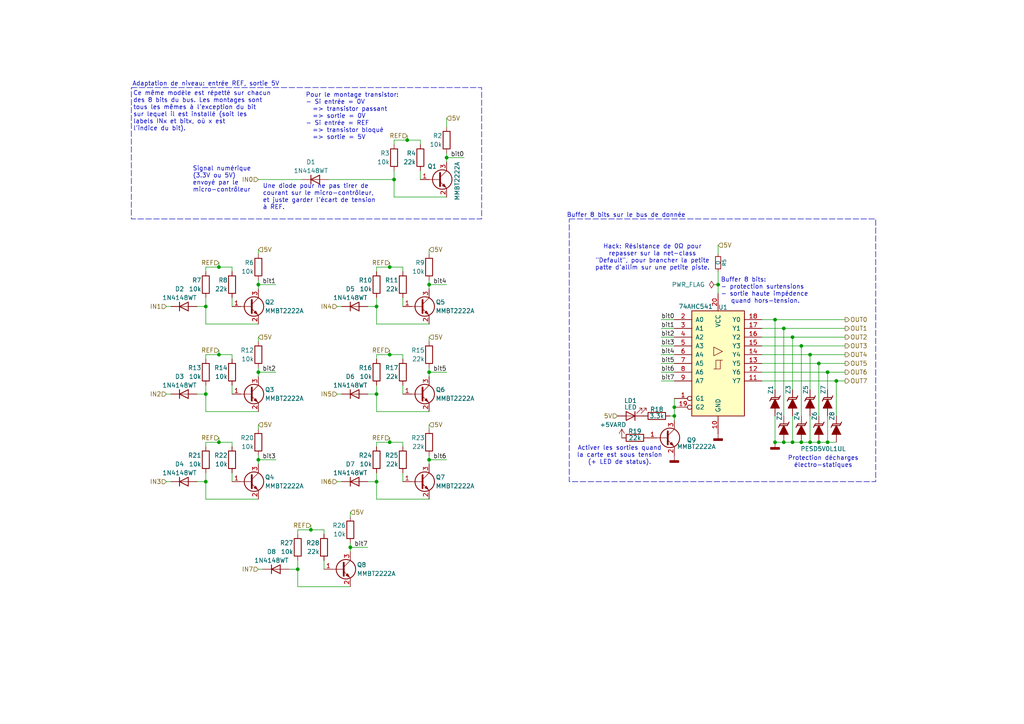
<source format=kicad_sch>
(kicad_sch (version 20250114) (generator "eeschema") (generator_version "9.0")
  (paper "A4")
  (lib_symbols
    (symbol "74xx:74AHC541" (pin_names (offset 1.016))
      (property "Reference" "U" (at -7.62 16.51 0))
      (property "Value" "74AHC541" (at -7.62 -16.51 0))
      (symbol "74AHC541_1_0"
        (polyline (pts (xy -1.27 -1.6002) (xy 0.635 -1.6002) (xy 0.635 0.9398) (xy 1.27 0.9398)))
        (polyline (pts (xy -0.635 -1.6002) (xy -0.635 0.9398) (xy 0.635 0.9398)))
        (polyline (pts (xy 1.27 3.4798) (xy -1.27 4.7498) (xy -1.27 2.2098) (xy 1.27 3.4798)) (stroke (width 0.1524)))
        (pin input line (at -12.7 12.7 0) (length 5.08) (name "A0") (number "2"))
        (pin input line (at -12.7 10.16 0) (length 5.08) (name "A1") (number "3"))
        (pin input line (at -12.7 7.62 0) (length 5.08) (name "A2") (number "4"))
        (pin input line (at -12.7 5.08 0) (length 5.08) (name "A3") (number "5"))
        (pin input line (at -12.7 2.54 0) (length 5.08) (name "A4") (number "6"))
        (pin input line (at -12.7 0 0) (length 5.08) (name "A5") (number "7"))
        (pin input line (at -12.7 -2.54 0) (length 5.08) (name "A6") (number "8"))
        (pin input line (at -12.7 -5.08 0) (length 5.08) (name "A7") (number "9"))
        (pin input inverted (at -12.7 -10.16 0) (length 5.08) (name "G1") (number "1"))
        (pin input inverted (at -12.7 -12.7 0) (length 5.08) (name "G2") (number "19"))
        (pin power_in line (at 0 20.32 270) (length 5.08) (name "VCC") (number "20"))
        (pin power_in line (at 0 -20.32 90) (length 5.08) (name "GND") (number "10"))
        (pin tri_state line (at 12.7 12.7 180) (length 5.08) (name "Y0") (number "18"))
        (pin tri_state line (at 12.7 10.16 180) (length 5.08) (name "Y1") (number "17"))
        (pin tri_state line (at 12.7 7.62 180) (length 5.08) (name "Y2") (number "16"))
        (pin tri_state line (at 12.7 5.08 180) (length 5.08) (name "Y3") (number "15"))
        (pin tri_state line (at 12.7 2.54 180) (length 5.08) (name "Y4") (number "14"))
        (pin tri_state line (at 12.7 0 180) (length 5.08) (name "Y5") (number "13"))
        (pin tri_state line (at 12.7 -2.54 180) (length 5.08) (name "Y6") (number "12"))
        (pin tri_state line (at 12.7 -5.08 180) (length 5.08) (name "Y7") (number "11"))
      )
      (symbol "74AHC541_1_1"
        (rectangle (start -7.62 15.24) (end 7.62 -15.24) (stroke (width 0.254)) (fill (type background)))
      )
    )
    (symbol "Device:LED" (pin_numbers (hide yes)) (pin_names (offset 1.016) (hide yes))
      (property "Reference" "D" (at 0 2.54 0))
      (property "Value" "LED" (at 0 -2.54 0))
      (symbol "LED_0_1"
        (polyline (pts (xy -3.048 -0.762) (xy -4.572 -2.286) (xy -3.81 -2.286) (xy -4.572 -2.286) (xy -4.572 -1.524)))
        (polyline (pts (xy -1.778 -0.762) (xy -3.302 -2.286) (xy -2.54 -2.286) (xy -3.302 -2.286) (xy -3.302 -1.524)))
        (polyline (pts (xy -1.27 0) (xy 1.27 0)))
        (polyline (pts (xy -1.27 -1.27) (xy -1.27 1.27)) (stroke (width 0.254)))
        (polyline (pts (xy 1.27 -1.27) (xy 1.27 1.27) (xy -1.27 0) (xy 1.27 -1.27)) (stroke (width 0.254)))
      )
      (symbol "LED_1_1"
        (pin passive line (at -3.81 0 0) (length 2.54) (name "K") (number "1"))
        (pin passive line (at 3.81 0 180) (length 2.54) (name "A") (number "2"))
      )
    )
    (symbol "Device:R" (pin_numbers (hide yes)) (pin_names (offset 0))
      (property "Reference" "R" (at 2.032 0 90))
      (property "Value" "R" (at 0 0 90))
      (symbol "R_0_1"
        (rectangle (start -1.016 -2.54) (end 1.016 2.54) (stroke (width 0.254)))
      )
      (symbol "R_1_1"
        (pin passive line (at 0 3.81 270) (length 1.27) (name "~") (number "1"))
        (pin passive line (at 0 -3.81 90) (length 1.27) (name "~") (number "2"))
      )
    )
    (symbol "Device:R_Small" (pin_numbers (hide yes)) (pin_names (offset 0.254) (hide yes))
      (property "Reference" "R" (at 0 0 90))
      (property "Value" "R_Small" (at 1.778 0 90))
      (symbol "R_Small_0_1"
        (rectangle (start -0.762 1.778) (end 0.762 -1.778) (stroke (width 0.2032)))
      )
      (symbol "R_Small_1_1"
        (pin passive line (at 0 2.54 270) (length 0.762) (name "~") (number "1"))
        (pin passive line (at 0 -2.54 90) (length 0.762) (name "~") (number "2"))
      )
    )
    (symbol "Diode:1N4148WT" (pin_numbers (hide yes)) (pin_names (hide yes))
      (property "Reference" "D" (at 0 2.54 0))
      (property "Value" "1N4148WT" (at 0 -2.54 0))
      (symbol "1N4148WT_0_1"
        (polyline (pts (xy -1.27 1.27) (xy -1.27 -1.27)) (stroke (width 0.254)))
        (polyline (pts (xy 1.27 1.27) (xy 1.27 -1.27) (xy -1.27 0) (xy 1.27 1.27)) (stroke (width 0.254)))
        (polyline (pts (xy 1.27 0) (xy -1.27 0)))
      )
      (symbol "1N4148WT_1_1"
        (pin passive line (at -3.81 0 0) (length 2.54) (name "K") (number "1"))
        (pin passive line (at 3.81 0 180) (length 2.54) (name "A") (number "2"))
      )
    )
    (symbol "Pesd:PESD5V0L1UL" (pin_numbers (hide yes)) (pin_names (hide yes))
      (property "Reference" "D" (at 0 2.54 0))
      (property "Value" "PESD5V0L1UL" (at 0 -2.54 0))
      (symbol "PESD5V0L1UL_1_1"
        (polyline (pts (xy -1.016 1.27) (xy -1.524 1.016) (xy -1.524 -1.27) (xy -2.032 -1.524)) (stroke (width 0.254)))
        (polyline (pts (xy -0.508 1.524) (xy -1.016 1.27) (xy -1.016 -1.016) (xy -1.524 -1.27)) (stroke (width 0.254)))
        (polyline (pts (xy 1.524 -1.27) (xy 1.524 1.27) (xy -1.016 0) (xy 1.524 -1.27)) (stroke (width 0.254)) (fill (type outline)))
        (pin passive line (at -3.81 0 0) (length 2.286) (name "K") (number "1"))
        (pin passive line (at 3.81 0 180) (length 2.286) (name "A") (number "2"))
      )
    )
    (symbol "Transistor_BJT:MMBT2222A" (pin_names (offset 0) (hide yes))
      (property "Reference" "Q" (at 5.08 1.905 0))
      (property "Value" "MMBT2222A" (at 5.08 0 0))
      (symbol "MMBT2222A_0_1"
        (polyline (pts (xy -2.54 0) (xy 0.635 0)))
        (polyline (pts (xy 0.635 1.905) (xy 0.635 -1.905)) (stroke (width 0.508)))
        (circle (center 1.27 0) (radius 2.8194) (stroke (width 0.254)))
      )
      (symbol "MMBT2222A_1_1"
        (polyline (pts (xy 0.635 0.635) (xy 2.54 2.54)))
        (polyline (pts (xy 0.635 -0.635) (xy 2.54 -2.54)))
        (polyline (pts (xy 1.27 -1.778) (xy 1.778 -1.27) (xy 2.286 -2.286) (xy 1.27 -1.778)) (fill (type outline)))
        (pin input line (at -5.08 0 0) (length 2.54) (name "B") (number "1"))
        (pin passive line (at 2.54 5.08 270) (length 2.54) (name "C") (number "3"))
        (pin passive line (at 2.54 -5.08 90) (length 2.54) (name "E") (number "2"))
      )
    )
    (symbol "power:+5V" (power) (pin_numbers (hide yes)) (pin_names (offset 0) (hide yes))
      (property "Value" "+5V" (at 0 3.556 0))
      (symbol "+5V_0_1"
        (polyline (pts (xy -0.762 1.27) (xy 0 2.54)))
        (polyline (pts (xy 0 2.54) (xy 0.762 1.27)))
        (polyline (pts (xy 0 0) (xy 0 2.54)))
      )
      (symbol "+5V_1_1"
        (pin power_in line (at 0 0 90) (length 0) (name "~") (number "1"))
      )
    )
    (symbol "power:GNDD" (power) (pin_numbers (hide yes)) (pin_names (offset 0) (hide yes))
      (property "Value" "GNDD" (at 0 -3.175 0))
      (symbol "GNDD_0_1"
        (rectangle (start -1.27 -1.524) (end 1.27 -2.032) (stroke (width 0.254)) (fill (type outline)))
        (polyline (pts (xy 0 0) (xy 0 -1.524)))
      )
      (symbol "GNDD_1_1"
        (pin power_in line (at 0 0 270) (length 0) (name "~") (number "1"))
      )
    )
    (symbol "power:PWR_FLAG" (power) (pin_numbers (hide yes)) (pin_names (offset 0) (hide yes))
      (property "Value" "PWR_FLAG" (at 0 3.81 0))
      (symbol "PWR_FLAG_0_0"
        (pin power_out line (at 0 0 90) (length 0) (name "~") (number "1"))
      )
      (symbol "PWR_FLAG_0_1"
        (polyline (pts (xy 0 0) (xy 0 1.27) (xy -1.016 1.905) (xy 0 2.54) (xy 1.016 1.905) (xy 0 1.27)))
      )
    )
  )
  (rectangle (start 165.1 63.5) (end 254 139.7) (stroke (width 0) (type dash)))
  (rectangle (start 38.1 25.4) (end 139.7 63.5) (stroke (width 0) (type dash)))
  (text "Adaptation de niveau: entrée REF, sortie 5V" (at 38.354 24.384 0) (effects (font (size 1.27 1.27)) (justify left)))
  (text "Buffer 8 bits sur le bus de donnée" (at 181.61 62.484 0) (effects (font (size 1.27 1.27))))
  (text "Buffer 8 bits:\n- protection surtensions\n- sortie haute impédence\n   quand hors-tension." (at 209.042 84.328 0) (effects (font (size 1.27 1.27)) (justify left)))
  (text "Activer les sorties quand\nla carte est sous tension\n(+ LED de status)." (at 179.705 132.08 0) (effects (font (size 1.27 1.27))))
  (text "Signal numérique\n(3.3V ou 5V)\nenvoyé par le\nmicro-contrôleur" (at 55.88 52.07 0) (effects (font (size 1.27 1.27)) (justify left)))
  (text "Protection décharges\nélectro-statiques" (at 238.76 133.985 0) (effects (font (size 1.27 1.27))))
  (text "Ce même modèle est répetté sur chacun\ndes 8 bits du bus. Les montages sont \ntous les mêmes à l’exception du bit\nsur lequel il est installé (soit les\nlabels INx et bitx, où x est\nl’indice du bit)." (at 38.608 32.258 0) (effects (font (size 1.27 1.27)) (justify left)))
  (text "Une diode pour ne pas tirer de\ncourant sur le micro-contrôleur,\net juste garder l’écart de tension\nà REF." (at 76.2 57.15 0) (effects (font (size 1.27 1.27)) (justify left)))
  (text "Hack: Résistance de 0Ω pour\nrepasser sur la net-class\n\"Default\", pour brancher la petite\npatte d’allim sur une petite piste." (at 189.23 74.676 0) (effects (font (size 1.27 1.27))))
  (text "Pour le montage transistor:\n- Si entrée = 0V\n  => transistor passant\n  => sortie = 0V\n- Si entrée = REF\n  => transistor bloqué\n  => sortie = 5V" (at 88.646 33.782 0) (effects (font (size 1.27 1.27)) (justify left)))
  (junction (at 109.22 114.3))
  (junction (at 59.69 114.3))
  (junction (at 232.41 100.33))
  (junction (at 74.93 133.35))
  (junction (at 129.54 45.72))
  (junction (at 101.6 158.75))
  (junction (at 195.58 118.11))
  (junction (at 109.22 88.9))
  (junction (at 227.33 95.25))
  (junction (at 224.79 92.71))
  (junction (at 90.17 153.67))
  (junction (at 63.5 128.27))
  (junction (at 229.87 128.27))
  (junction (at 74.93 82.55))
  (junction (at 237.49 105.41))
  (junction (at 237.49 128.27))
  (junction (at 74.93 107.95))
  (junction (at 234.95 128.27))
  (junction (at 59.69 88.9))
  (junction (at 229.87 97.79))
  (junction (at 195.58 120.65))
  (junction (at 240.03 128.27))
  (junction (at 242.57 110.49))
  (junction (at 208.28 82.55))
  (junction (at 224.79 128.27))
  (junction (at 234.95 102.87))
  (junction (at 124.46 133.35))
  (junction (at 109.22 139.7))
  (junction (at 113.03 77.47))
  (junction (at 118.11 40.64))
  (junction (at 63.5 77.47))
  (junction (at 124.46 107.95))
  (junction (at 114.3 52.07))
  (junction (at 59.69 139.7))
  (junction (at 113.03 128.27))
  (junction (at 86.36 165.1))
  (junction (at 63.5 102.87))
  (junction (at 227.33 128.27))
  (junction (at 232.41 128.27))
  (junction (at 240.03 107.95))
  (junction (at 113.03 102.87))
  (junction (at 124.46 82.55))
  (wire (pts (xy 116.84 102.87) (xy 116.84 104.14)))
  (wire (pts (xy 86.36 154.94) (xy 86.36 153.67)))
  (wire (pts (xy 232.41 100.33) (xy 232.41 120.65)))
  (wire (pts (xy 74.93 133.35) (xy 80.01 133.35)))
  (wire (pts (xy 74.93 93.98) (xy 59.69 93.98)))
  (wire (pts (xy 129.54 45.72) (xy 134.62 45.72)))
  (wire (pts (xy 191.77 110.49) (xy 195.58 110.49)))
  (wire (pts (xy 129.54 44.45) (xy 129.54 45.72)))
  (wire (pts (xy 114.3 40.64) (xy 118.11 40.64)))
  (wire (pts (xy 109.22 129.54) (xy 109.22 128.27)))
  (wire (pts (xy 63.5 101.6) (xy 63.5 102.87)))
  (wire (pts (xy 109.22 77.47) (xy 109.22 78.74)))
  (wire (pts (xy 224.79 92.71) (xy 245.11 92.71)))
  (wire (pts (xy 74.93 165.1) (xy 76.2 165.1)))
  (wire (pts (xy 59.69 86.36) (xy 59.69 88.9)))
  (wire (pts (xy 74.93 52.07) (xy 87.63 52.07)))
  (wire (pts (xy 109.22 86.36) (xy 109.22 88.9)))
  (wire (pts (xy 208.28 78.74) (xy 208.28 82.55)))
  (wire (pts (xy 232.41 100.33) (xy 245.11 100.33)))
  (wire (pts (xy 74.93 81.28) (xy 74.93 82.55)))
  (wire (pts (xy 93.98 153.67) (xy 93.98 154.94)))
  (wire (pts (xy 74.93 97.79) (xy 74.93 99.06)))
  (wire (pts (xy 234.95 102.87) (xy 234.95 113.03)))
  (wire (pts (xy 124.46 144.78) (xy 109.22 144.78)))
  (wire (pts (xy 121.92 49.53) (xy 121.92 52.07)))
  (wire (pts (xy 220.98 110.49) (xy 242.57 110.49)))
  (wire (pts (xy 67.31 111.76) (xy 67.31 114.3)))
  (wire (pts (xy 118.11 40.64) (xy 121.92 40.64)))
  (wire (pts (xy 59.69 104.14) (xy 59.69 102.87)))
  (wire (pts (xy 116.84 86.36) (xy 116.84 88.9)))
  (wire (pts (xy 234.95 102.87) (xy 245.11 102.87)))
  (wire (pts (xy 101.6 157.48) (xy 101.6 158.75)))
  (wire (pts (xy 74.93 106.68) (xy 74.93 107.95)))
  (wire (pts (xy 229.87 120.65) (xy 229.87 128.27)))
  (wire (pts (xy 242.57 110.49) (xy 245.11 110.49)))
  (wire (pts (xy 232.41 128.27) (xy 229.87 128.27)))
  (wire (pts (xy 195.58 115.57) (xy 195.58 118.11)))
  (wire (pts (xy 220.98 100.33) (xy 232.41 100.33)))
  (wire (pts (xy 67.31 137.16) (xy 67.31 139.7)))
  (wire (pts (xy 220.98 95.25) (xy 227.33 95.25)))
  (wire (pts (xy 59.69 111.76) (xy 59.69 114.3)))
  (wire (pts (xy 109.22 128.27) (xy 113.03 128.27)))
  (wire (pts (xy 106.68 139.7) (xy 109.22 139.7)))
  (wire (pts (xy 109.22 77.47) (xy 113.03 77.47)))
  (wire (pts (xy 220.98 107.95) (xy 240.03 107.95)))
  (wire (pts (xy 86.36 162.56) (xy 86.36 165.1)))
  (wire (pts (xy 240.03 107.95) (xy 245.11 107.95)))
  (wire (pts (xy 124.46 107.95) (xy 124.46 109.22)))
  (wire (pts (xy 59.69 144.78) (xy 59.69 139.7)))
  (wire (pts (xy 57.15 139.7) (xy 59.69 139.7)))
  (wire (pts (xy 83.82 165.1) (xy 86.36 165.1)))
  (wire (pts (xy 191.77 97.79) (xy 195.58 97.79)))
  (wire (pts (xy 229.87 128.27) (xy 227.33 128.27)))
  (wire (pts (xy 191.77 107.95) (xy 195.58 107.95)))
  (wire (pts (xy 237.49 105.41) (xy 245.11 105.41)))
  (wire (pts (xy 237.49 105.41) (xy 237.49 120.65)))
  (wire (pts (xy 63.5 76.2) (xy 63.5 77.47)))
  (wire (pts (xy 191.77 100.33) (xy 195.58 100.33)))
  (wire (pts (xy 195.58 120.65) (xy 195.58 121.92)))
  (wire (pts (xy 129.54 34.29) (xy 129.54 36.83)))
  (wire (pts (xy 195.58 118.11) (xy 195.58 120.65)))
  (wire (pts (xy 116.84 137.16) (xy 116.84 139.7)))
  (wire (pts (xy 229.87 97.79) (xy 229.87 113.03)))
  (wire (pts (xy 59.69 137.16) (xy 59.69 139.7)))
  (wire (pts (xy 113.03 77.47) (xy 116.84 77.47)))
  (wire (pts (xy 57.15 114.3) (xy 59.69 114.3)))
  (wire (pts (xy 191.77 102.87) (xy 195.58 102.87)))
  (wire (pts (xy 227.33 95.25) (xy 227.33 120.65)))
  (wire (pts (xy 109.22 88.9) (xy 109.22 93.98)))
  (wire (pts (xy 109.22 119.38) (xy 124.46 119.38)))
  (wire (pts (xy 97.79 114.3) (xy 99.06 114.3)))
  (wire (pts (xy 240.03 107.95) (xy 240.03 113.03)))
  (wire (pts (xy 229.87 97.79) (xy 245.11 97.79)))
  (wire (pts (xy 59.69 114.3) (xy 59.69 119.38)))
  (wire (pts (xy 114.3 49.53) (xy 114.3 52.07)))
  (wire (pts (xy 124.46 97.79) (xy 124.46 99.06)))
  (wire (pts (xy 114.3 40.64) (xy 114.3 41.91)))
  (wire (pts (xy 224.79 120.65) (xy 224.79 128.27)))
  (wire (pts (xy 109.22 102.87) (xy 113.03 102.87)))
  (wire (pts (xy 59.69 129.54) (xy 59.69 128.27)))
  (wire (pts (xy 63.5 77.47) (xy 67.31 77.47)))
  (wire (pts (xy 234.95 120.65) (xy 234.95 128.27)))
  (wire (pts (xy 191.77 105.41) (xy 195.58 105.41)))
  (wire (pts (xy 118.11 39.37) (xy 118.11 40.64)))
  (wire (pts (xy 109.22 102.87) (xy 109.22 104.14)))
  (wire (pts (xy 106.68 114.3) (xy 109.22 114.3)))
  (wire (pts (xy 124.46 133.35) (xy 129.54 133.35)))
  (wire (pts (xy 113.03 128.27) (xy 116.84 128.27)))
  (wire (pts (xy 67.31 86.36) (xy 67.31 88.9)))
  (wire (pts (xy 67.31 128.27) (xy 67.31 129.54)))
  (wire (pts (xy 74.93 123.19) (xy 74.93 124.46)))
  (wire (pts (xy 240.03 120.65) (xy 240.03 128.27)))
  (wire (pts (xy 124.46 123.19) (xy 124.46 124.46)))
  (wire (pts (xy 59.69 77.47) (xy 63.5 77.47)))
  (wire (pts (xy 63.5 127) (xy 63.5 128.27)))
  (wire (pts (xy 95.25 52.07) (xy 114.3 52.07)))
  (wire (pts (xy 116.84 111.76) (xy 116.84 114.3)))
  (wire (pts (xy 59.69 119.38) (xy 74.93 119.38)))
  (wire (pts (xy 74.93 133.35) (xy 74.93 134.62)))
  (wire (pts (xy 109.22 139.7) (xy 109.22 144.78)))
  (wire (pts (xy 59.69 128.27) (xy 63.5 128.27)))
  (wire (pts (xy 113.03 76.2) (xy 113.03 77.47)))
  (wire (pts (xy 109.22 111.76) (xy 109.22 114.3)))
  (wire (pts (xy 129.54 45.72) (xy 129.54 46.99)))
  (wire (pts (xy 242.57 110.49) (xy 242.57 120.65)))
  (wire (pts (xy 237.49 128.27) (xy 234.95 128.27)))
  (wire (pts (xy 74.93 82.55) (xy 80.01 82.55)))
  (wire (pts (xy 109.22 114.3) (xy 109.22 119.38)))
  (wire (pts (xy 194.31 120.65) (xy 195.58 120.65)))
  (wire (pts (xy 124.46 81.28) (xy 124.46 82.55)))
  (wire (pts (xy 48.26 114.3) (xy 49.53 114.3)))
  (wire (pts (xy 124.46 82.55) (xy 124.46 83.82)))
  (wire (pts (xy 59.69 88.9) (xy 59.69 93.98)))
  (wire (pts (xy 86.36 165.1) (xy 86.36 170.18)))
  (wire (pts (xy 101.6 158.75) (xy 101.6 160.02)))
  (wire (pts (xy 74.93 144.78) (xy 59.69 144.78)))
  (wire (pts (xy 124.46 106.68) (xy 124.46 107.95)))
  (wire (pts (xy 113.03 101.6) (xy 113.03 102.87)))
  (wire (pts (xy 106.68 88.9) (xy 109.22 88.9)))
  (wire (pts (xy 67.31 77.47) (xy 67.31 78.74)))
  (wire (pts (xy 220.98 97.79) (xy 229.87 97.79)))
  (wire (pts (xy 74.93 82.55) (xy 74.93 83.82)))
  (wire (pts (xy 220.98 92.71) (xy 224.79 92.71)))
  (wire (pts (xy 90.17 153.67) (xy 93.98 153.67)))
  (wire (pts (xy 63.5 128.27) (xy 67.31 128.27)))
  (wire (pts (xy 242.57 128.27) (xy 240.03 128.27)))
  (wire (pts (xy 208.28 71.12) (xy 208.28 73.66)))
  (wire (pts (xy 224.79 92.71) (xy 224.79 113.03)))
  (wire (pts (xy 101.6 158.75) (xy 106.68 158.75)))
  (wire (pts (xy 63.5 102.87) (xy 67.31 102.87)))
  (wire (pts (xy 191.77 92.71) (xy 195.58 92.71)))
  (wire (pts (xy 208.28 82.55) (xy 208.28 85.09)))
  (wire (pts (xy 67.31 102.87) (xy 67.31 104.14)))
  (wire (pts (xy 59.69 78.74) (xy 59.69 77.47)))
  (wire (pts (xy 240.03 128.27) (xy 237.49 128.27)))
  (wire (pts (xy 124.46 72.39) (xy 124.46 73.66)))
  (wire (pts (xy 121.92 41.91) (xy 121.92 40.64)))
  (wire (pts (xy 227.33 128.27) (xy 224.79 128.27)))
  (wire (pts (xy 124.46 132.08) (xy 124.46 133.35)))
  (wire (pts (xy 116.84 128.27) (xy 116.84 129.54)))
  (wire (pts (xy 124.46 107.95) (xy 129.54 107.95)))
  (wire (pts (xy 101.6 148.59) (xy 101.6 149.86)))
  (wire (pts (xy 220.98 105.41) (xy 237.49 105.41)))
  (wire (pts (xy 57.15 88.9) (xy 59.69 88.9)))
  (wire (pts (xy 114.3 52.07) (xy 114.3 57.15)))
  (wire (pts (xy 86.36 170.18) (xy 101.6 170.18)))
  (wire (pts (xy 114.3 57.15) (xy 129.54 57.15)))
  (wire (pts (xy 48.26 88.9) (xy 49.53 88.9)))
  (wire (pts (xy 234.95 128.27) (xy 232.41 128.27)))
  (wire (pts (xy 74.93 107.95) (xy 74.93 109.22)))
  (wire (pts (xy 113.03 127) (xy 113.03 128.27)))
  (wire (pts (xy 129.54 82.55) (xy 124.46 82.55)))
  (wire (pts (xy 59.69 102.87) (xy 63.5 102.87)))
  (wire (pts (xy 113.03 102.87) (xy 116.84 102.87)))
  (wire (pts (xy 90.17 152.4) (xy 90.17 153.67)))
  (wire (pts (xy 97.79 139.7) (xy 99.06 139.7)))
  (wire (pts (xy 124.46 133.35) (xy 124.46 134.62)))
  (wire (pts (xy 220.98 102.87) (xy 234.95 102.87)))
  (wire (pts (xy 93.98 162.56) (xy 93.98 165.1)))
  (wire (pts (xy 97.79 88.9) (xy 99.06 88.9)))
  (wire (pts (xy 191.77 95.25) (xy 195.58 95.25)))
  (wire (pts (xy 227.33 95.25) (xy 245.11 95.25)))
  (wire (pts (xy 74.93 132.08) (xy 74.93 133.35)))
  (wire (pts (xy 74.93 72.39) (xy 74.93 73.66)))
  (wire (pts (xy 86.36 153.67) (xy 90.17 153.67)))
  (wire (pts (xy 48.26 139.7) (xy 49.53 139.7)))
  (wire (pts (xy 116.84 77.47) (xy 116.84 78.74)))
  (wire (pts (xy 74.93 107.95) (xy 80.01 107.95)))
  (wire (pts (xy 109.22 93.98) (xy 124.46 93.98)))
  (wire (pts (xy 109.22 137.16) (xy 109.22 139.7)))
  (label "bit0" (at 134.62 45.72 180))
  (label "bit4" (at 191.77 102.87 0))
  (label "bit0" (at 191.77 92.71 0))
  (label "bit4" (at 129.54 82.55 180))
  (label "bit3" (at 80.01 133.35 180))
  (label "bit7" (at 106.68 158.75 180))
  (label "bit6" (at 129.54 133.35 180))
  (label "bit1" (at 80.01 82.55 180))
  (label "bit2" (at 191.77 97.79 0))
  (label "bit2" (at 80.01 107.95 180))
  (label "bit5" (at 129.54 107.95 180))
  (label "bit7" (at 191.77 110.49 0))
  (label "bit6" (at 191.77 107.95 0))
  (label "bit3" (at 191.77 100.33 0))
  (label "bit5" (at 191.77 105.41 0))
  (label "bit1" (at 191.77 95.25 0))
  (hierarchical_label "5V" (shape input) (at 179.07 120.65 180))
  (hierarchical_label "REF" (shape input) (at 63.5 127 180))
  (hierarchical_label "IN6" (shape input) (at 97.79 139.7 180))
  (hierarchical_label "IN4" (shape input) (at 97.79 88.9 180))
  (hierarchical_label "5V" (shape input) (at 124.46 97.79 0))
  (hierarchical_label "REF" (shape input) (at 113.03 127 180))
  (hierarchical_label "OUT6" (shape output) (at 245.11 107.95 0))
  (hierarchical_label "OUT4" (shape output) (at 245.11 102.87 0))
  (hierarchical_label "REF" (shape input) (at 63.5 76.2 180))
  (hierarchical_label "REF" (shape input) (at 113.03 101.6 180))
  (hierarchical_label "5V" (shape input) (at 101.6 148.59 0))
  (hierarchical_label "5V" (shape input) (at 74.93 72.39 0))
  (hierarchical_label "5V" (shape input) (at 124.46 72.39 0))
  (hierarchical_label "IN2" (shape input) (at 48.26 114.3 180))
  (hierarchical_label "5V" (shape input) (at 124.46 123.19 0))
  (hierarchical_label "IN3" (shape input) (at 48.26 139.7 180))
  (hierarchical_label "IN5" (shape input) (at 97.79 114.3 180))
  (hierarchical_label "REF" (shape input) (at 113.03 76.2 180))
  (hierarchical_label "REF" (shape input) (at 63.5 101.6 180))
  (hierarchical_label "REF" (shape input) (at 118.11 39.37 180))
  (hierarchical_label "IN0" (shape input) (at 74.93 52.07 180))
  (hierarchical_label "5V" (shape input) (at 208.28 71.12 0))
  (hierarchical_label "OUT0" (shape output) (at 245.11 92.71 0))
  (hierarchical_label "5V" (shape input) (at 74.93 97.79 0))
  (hierarchical_label "OUT7" (shape output) (at 245.11 110.49 0))
  (hierarchical_label "5V" (shape input) (at 129.54 34.29 0))
  (hierarchical_label "OUT2" (shape output) (at 245.11 97.79 0))
  (hierarchical_label "OUT3" (shape output) (at 245.11 100.33 0))
  (hierarchical_label "5V" (shape input) (at 74.93 123.19 0))
  (hierarchical_label "REF" (shape input) (at 90.17 152.4 180))
  (hierarchical_label "IN7" (shape input) (at 74.93 165.1 180))
  (hierarchical_label "OUT1" (shape output) (at 245.11 95.25 0))
  (hierarchical_label "IN1" (shape input) (at 48.26 88.9 180))
  (hierarchical_label "OUT5" (shape output) (at 245.11 105.41 0))
  (symbol (lib_id "Device:R") (at 59.69 107.95 0) (mirror y) (unit 1)
    (property "Reference" "R13" (at 58.42 106.68 0) (effects (justify left)))
    (property "Value" "10k" (at 58.42 109.22 0) (effects (justify left)))
    (property "Footprint" "Resistor_SMD:R_0805_2012Metric_Pad1.20x1.40mm_HandSolder" (effects (hide yes)))
    (property "Description" "Resistor" (effects (hide yes)))
  )
  (symbol (lib_id "Device:R") (at 101.6 153.67 0) (mirror y) (unit 1)
    (property "Reference" "R26" (at 100.33 152.4 0) (effects (justify left)))
    (property "Value" "10k" (at 100.33 154.94 0) (effects (justify left)))
    (property "Footprint" "Resistor_SMD:R_0805_2012Metric_Pad1.20x1.40mm_HandSolder" (effects (hide yes)))
    (property "Description" "Resistor" (effects (hide yes)))
  )
  (symbol (lib_id "Transistor_BJT:MMBT2222A") (at 193.04 127 0) (unit 1)
    (property "Reference" "Q9" (at 201.93 127.635 0) (effects (justify right)))
    (property "Value" "MMBT2222A" (at 207.645 129.54 0) (effects (justify right)))
    (property "Footprint" "Package_TO_SOT_SMD:SOT-23_Handsoldering" (effects (hide yes)))
    (property "Datasheet" "https://assets.nexperia.com/documents/data-sheet/MMBT2222A.pdf" (effects (hide yes)))
    (property "Description" "600mA Ic, 40V Vce, NPN Transistor, SOT-23" (effects (hide yes)))
  )
  (symbol (lib_id "Transistor_BJT:MMBT2222A") (at 72.39 114.3 0) (unit 1)
    (property "Reference" "Q3" (at 76.835 113.03 0) (effects (justify left)))
    (property "Value" "MMBT2222A" (at 76.835 115.57 0) (effects (justify left)))
    (property "Footprint" "Package_TO_SOT_SMD:SOT-23_Handsoldering" (effects (hide yes)))
    (property "Datasheet" "https://assets.nexperia.com/documents/data-sheet/MMBT2222A.pdf" (effects (hide yes)))
    (property "Description" "600mA Ic, 40V Vce, NPN Transistor, SOT-23" (effects (hide yes)))
  )
  (symbol (lib_id "Device:R") (at 116.84 82.55 0) (mirror y) (unit 1)
    (property "Reference" "R11" (at 115.57 81.28 0) (effects (justify left)))
    (property "Value" "22k" (at 115.57 83.82 0) (effects (justify left)))
    (property "Footprint" "Resistor_SMD:R_0805_2012Metric_Pad1.20x1.40mm_HandSolder" (effects (hide yes)))
    (property "Description" "Resistor" (effects (hide yes)))
  )
  (symbol (lib_id "Diode:1N4148WT") (at 102.87 139.7 0) (mirror x) (unit 1)
    (property "Reference" "D7" (at 101.6 134.62 0))
    (property "Value" "1N4148WT" (at 101.6 137.16 0))
    (property "Footprint" "PCM_Diode_SMD_Handsoldering_AKL:D_SOD-523" (effects (hide yes)))
    (property "Datasheet" "https://www.diodes.com/assets/Datasheets/ds30396.pdf" (effects (hide yes)))
    (property "Description" "75V 0.15A Fast switching Diode, SOD-523" (effects (hide yes)))
    (property "Sim.Device" "D" (effects (hide yes)))
    (property "Sim.Pins" "1=K 2=A" (effects (hide yes)))
  )
  (symbol (lib_id "power:GNDD") (at 208.28 125.73 0) (mirror y) (unit 1)
    (property "Reference" "#PWR08" (effects (hide yes)))
    (property "Value" "GND2" (effects (hide yes)))
    (property "Description" "Power symbol creates a global label with name \"GNDD\" , digital ground" (effects (hide yes)))
  )
  (symbol (lib_id "Device:R") (at 109.22 82.55 0) (mirror y) (unit 1)
    (property "Reference" "R10" (at 107.95 81.28 0) (effects (justify left)))
    (property "Value" "10k" (at 107.95 83.82 0) (effects (justify left)))
    (property "Footprint" "Resistor_SMD:R_0805_2012Metric_Pad1.20x1.40mm_HandSolder" (effects (hide yes)))
    (property "Description" "Resistor" (effects (hide yes)))
  )
  (symbol (lib_id "Transistor_BJT:MMBT2222A") (at 121.92 88.9 0) (unit 1)
    (property "Reference" "Q5" (at 126.365 87.63 0) (effects (justify left)))
    (property "Value" "MMBT2222A" (at 126.365 90.17 0) (effects (justify left)))
    (property "Footprint" "Package_TO_SOT_SMD:SOT-23_Handsoldering" (effects (hide yes)))
    (property "Datasheet" "https://assets.nexperia.com/documents/data-sheet/MMBT2222A.pdf" (effects (hide yes)))
    (property "Description" "600mA Ic, 40V Vce, NPN Transistor, SOT-23" (effects (hide yes)))
  )
  (symbol (lib_id "power:GNDD") (at 224.79 128.27 0) (mirror y) (unit 1)
    (property "Reference" "#PWR010" (effects (hide yes)))
    (property "Value" "GND2" (effects (hide yes)))
    (property "Description" "Power symbol creates a global label with name \"GNDD\" , digital ground" (effects (hide yes)))
  )
  (symbol (lib_id "Pesd:PESD5V0L1UL") (at 242.57 124.46 90) (mirror x) (unit 1)
    (property "Reference" "Z8" (at 241.3 120.65 0))
    (property "Value" "PESD5V0L1UL" (at 238.76 130.175 90))
    (property "Footprint" "PCM_Diode_SMD_Handsoldering_AKL:D_SOD-882_DFN1006-2_TVS" (effects (hide yes)))
    (property "Datasheet" "https://assets.nexperia.com/documents/data-sheet/PESD5V0L1UL.pdf" (effects (hide yes)))
    (property "Description" "Low capacitance unidirectional ESD protection diode, 5V, SOD-882" (effects (hide yes)))
  )
  (symbol (lib_id "Transistor_BJT:MMBT2222A") (at 72.39 139.7 0) (unit 1)
    (property "Reference" "Q4" (at 76.835 138.43 0) (effects (justify left)))
    (property "Value" "MMBT2222A" (at 76.835 140.97 0) (effects (justify left)))
    (property "Footprint" "Package_TO_SOT_SMD:SOT-23_Handsoldering" (effects (hide yes)))
    (property "Datasheet" "https://assets.nexperia.com/documents/data-sheet/MMBT2222A.pdf" (effects (hide yes)))
    (property "Description" "600mA Ic, 40V Vce, NPN Transistor, SOT-23" (effects (hide yes)))
  )
  (symbol (lib_id "Diode:1N4148WT") (at 53.34 114.3 0) (mirror x) (unit 1)
    (property "Reference" "D3" (at 52.07 109.22 0))
    (property "Value" "1N4148WT" (at 52.07 111.76 0))
    (property "Footprint" "PCM_Diode_SMD_Handsoldering_AKL:D_SOD-523" (effects (hide yes)))
    (property "Datasheet" "https://www.diodes.com/assets/Datasheets/ds30396.pdf" (effects (hide yes)))
    (property "Description" "75V 0.15A Fast switching Diode, SOD-523" (effects (hide yes)))
    (property "Sim.Device" "D" (effects (hide yes)))
    (property "Sim.Pins" "1=K 2=A" (effects (hide yes)))
  )
  (symbol (lib_id "Device:LED") (at 182.88 120.65 180) (unit 1)
    (property "Reference" "LD1" (at 182.88 116.205 0))
    (property "Value" "LED" (at 182.88 118.11 0))
    (property "Footprint" "LED_SMD:LED_0805_2012Metric_Pad1.15x1.40mm_HandSolder" (effects (hide yes)))
    (property "Description" "Light emitting diode" (effects (hide yes)))
    (property "Sim.Pins" "1=K 2=A" (effects (hide yes)))
  )
  (symbol (lib_id "Device:R") (at 59.69 133.35 0) (mirror y) (unit 1)
    (property "Reference" "R21" (at 58.42 132.08 0) (effects (justify left)))
    (property "Value" "10k" (at 58.42 134.62 0) (effects (justify left)))
    (property "Footprint" "Resistor_SMD:R_0805_2012Metric_Pad1.20x1.40mm_HandSolder" (effects (hide yes)))
    (property "Description" "Resistor" (effects (hide yes)))
  )
  (symbol (lib_id "Diode:1N4148WT") (at 53.34 88.9 0) (mirror x) (unit 1)
    (property "Reference" "D2" (at 52.07 83.82 0))
    (property "Value" "1N4148WT" (at 52.07 86.36 0))
    (property "Footprint" "PCM_Diode_SMD_Handsoldering_AKL:D_SOD-523" (effects (hide yes)))
    (property "Datasheet" "https://www.diodes.com/assets/Datasheets/ds30396.pdf" (effects (hide yes)))
    (property "Description" "75V 0.15A Fast switching Diode, SOD-523" (effects (hide yes)))
    (property "Sim.Device" "D" (effects (hide yes)))
    (property "Sim.Pins" "1=K 2=A" (effects (hide yes)))
  )
  (symbol (lib_id "Device:R") (at 124.46 102.87 0) (mirror y) (unit 1)
    (property "Reference" "R15" (at 123.19 101.6 0) (effects (justify left)))
    (property "Value" "22k" (at 123.19 104.14 0) (effects (justify left)))
    (property "Footprint" "Resistor_SMD:R_0805_2012Metric_Pad1.20x1.40mm_HandSolder" (effects (hide yes)))
    (property "Description" "Resistor" (effects (hide yes)))
  )
  (symbol (lib_id "Device:R") (at 109.22 107.95 0) (mirror y) (unit 1)
    (property "Reference" "R16" (at 107.95 106.68 0) (effects (justify left)))
    (property "Value" "10k" (at 107.95 109.22 0) (effects (justify left)))
    (property "Footprint" "Resistor_SMD:R_0805_2012Metric_Pad1.20x1.40mm_HandSolder" (effects (hide yes)))
    (property "Description" "Resistor" (effects (hide yes)))
  )
  (symbol (lib_id "Diode:1N4148WT") (at 102.87 114.3 0) (mirror x) (unit 1)
    (property "Reference" "D6" (at 101.6 109.22 0))
    (property "Value" "1N4148WT" (at 101.6 111.76 0))
    (property "Footprint" "PCM_Diode_SMD_Handsoldering_AKL:D_SOD-523" (effects (hide yes)))
    (property "Datasheet" "https://www.diodes.com/assets/Datasheets/ds30396.pdf" (effects (hide yes)))
    (property "Description" "75V 0.15A Fast switching Diode, SOD-523" (effects (hide yes)))
    (property "Sim.Device" "D" (effects (hide yes)))
    (property "Sim.Pins" "1=K 2=A" (effects (hide yes)))
  )
  (symbol (lib_id "Pesd:PESD5V0L1UL") (at 232.41 124.46 90) (mirror x) (unit 1)
    (property "Reference" "Z4" (at 231.14 120.65 0))
    (property "Value" "PESD5V0L1UL" (effects (hide yes)))
    (property "Footprint" "PCM_Diode_SMD_Handsoldering_AKL:D_SOD-882_DFN1006-2_TVS" (effects (hide yes)))
    (property "Datasheet" "https://assets.nexperia.com/documents/data-sheet/PESD5V0L1UL.pdf" (effects (hide yes)))
    (property "Description" "Low capacitance unidirectional ESD protection diode, 5V, SOD-882" (effects (hide yes)))
  )
  (symbol (lib_id "Pesd:PESD5V0L1UL") (at 234.95 116.84 90) (mirror x) (unit 1)
    (property "Reference" "Z5" (at 233.68 113.03 0))
    (property "Value" "PESD5V0L1UL" (effects (hide yes)))
    (property "Footprint" "PCM_Diode_SMD_Handsoldering_AKL:D_SOD-882_DFN1006-2_TVS" (effects (hide yes)))
    (property "Datasheet" "https://assets.nexperia.com/documents/data-sheet/PESD5V0L1UL.pdf" (effects (hide yes)))
    (property "Description" "Low capacitance unidirectional ESD protection diode, 5V, SOD-882" (effects (hide yes)))
  )
  (symbol (lib_id "Device:R") (at 59.69 82.55 0) (mirror y) (unit 1)
    (property "Reference" "R7" (at 58.42 81.28 0) (effects (justify left)))
    (property "Value" "10k" (at 58.42 83.82 0) (effects (justify left)))
    (property "Footprint" "Resistor_SMD:R_0805_2012Metric_Pad1.20x1.40mm_HandSolder" (effects (hide yes)))
    (property "Description" "Resistor" (effects (hide yes)))
  )
  (symbol (lib_id "power:PWR_FLAG") (at 208.28 82.55 90) (unit 1)
    (property "Reference" "#FLG03" (effects (hide yes)))
    (property "Value" "PWR_FLAG" (at 204.47 82.5499 90) (effects (justify left)))
    (property "Description" "Special symbol for telling ERC where power comes from" (effects (hide yes)))
  )
  (symbol (lib_id "Device:R") (at 129.54 40.64 0) (mirror y) (unit 1)
    (property "Reference" "R2" (at 128.27 39.37 0) (effects (justify left)))
    (property "Value" "10k" (at 128.27 41.91 0) (effects (justify left)))
    (property "Footprint" "Resistor_SMD:R_0805_2012Metric_Pad1.20x1.40mm_HandSolder" (effects (hide yes)))
    (property "Description" "Resistor" (effects (hide yes)))
  )
  (symbol (lib_id "Device:R") (at 124.46 77.47 0) (mirror y) (unit 1)
    (property "Reference" "R9" (at 123.19 76.2 0) (effects (justify left)))
    (property "Value" "10k" (at 123.19 78.74 0) (effects (justify left)))
    (property "Footprint" "Resistor_SMD:R_0805_2012Metric_Pad1.20x1.40mm_HandSolder" (effects (hide yes)))
    (property "Description" "Resistor" (effects (hide yes)))
  )
  (symbol (lib_id "Transistor_BJT:MMBT2222A") (at 121.92 139.7 0) (unit 1)
    (property "Reference" "Q7" (at 126.365 138.43 0) (effects (justify left)))
    (property "Value" "MMBT2222A" (at 126.365 140.97 0) (effects (justify left)))
    (property "Footprint" "Package_TO_SOT_SMD:SOT-23_Handsoldering" (effects (hide yes)))
    (property "Datasheet" "https://assets.nexperia.com/documents/data-sheet/MMBT2222A.pdf" (effects (hide yes)))
    (property "Description" "600mA Ic, 40V Vce, NPN Transistor, SOT-23" (effects (hide yes)))
  )
  (symbol (lib_id "74xx:74AHC541") (at 208.28 105.41 0) (unit 1)
    (property "Reference" "U1" (at 211.074 89.154 0) (effects (justify right)))
    (property "Value" "74AHC541" (at 206.756 88.9 0) (effects (justify right)))
    (property "Footprint" "Package_SO:SOIC-20W_7.5x12.8mm_P1.27mm" (effects (hide yes)))
    (property "Datasheet" "https://www.ti.com/lit/ds/symlink/sn74ahc541.pdf" (effects (hide yes)))
    (property "Description" "8-bit Buffer/Line Driver 3-state outputs" (effects (hide yes)))
  )
  (symbol (lib_id "power:+5V") (at 180.34 127 0) (mirror y) (unit 1)
    (property "Reference" "#PWR09" (effects (hide yes)))
    (property "Value" "+5VARD" (at 177.8 123.19 0))
    (property "Description" "Power symbol creates a global label with name \"+5V\"" (effects (hide yes)))
  )
  (symbol (lib_id "Pesd:PESD5V0L1UL") (at 237.49 124.46 90) (mirror x) (unit 1)
    (property "Reference" "Z6" (at 236.22 120.65 0))
    (property "Value" "PESD5V0L1UL" (effects (hide yes)))
    (property "Footprint" "PCM_Diode_SMD_Handsoldering_AKL:D_SOD-882_DFN1006-2_TVS" (effects (hide yes)))
    (property "Datasheet" "https://assets.nexperia.com/documents/data-sheet/PESD5V0L1UL.pdf" (effects (hide yes)))
    (property "Description" "Low capacitance unidirectional ESD protection diode, 5V, SOD-882" (effects (hide yes)))
  )
  (symbol (lib_id "Diode:1N4148WT") (at 53.34 139.7 0) (mirror x) (unit 1)
    (property "Reference" "D4" (at 52.07 134.62 0))
    (property "Value" "1N4148WT" (at 52.07 137.16 0))
    (property "Footprint" "PCM_Diode_SMD_Handsoldering_AKL:D_SOD-523" (effects (hide yes)))
    (property "Datasheet" "https://www.diodes.com/assets/Datasheets/ds30396.pdf" (effects (hide yes)))
    (property "Description" "75V 0.15A Fast switching Diode, SOD-523" (effects (hide yes)))
    (property "Sim.Device" "D" (effects (hide yes)))
    (property "Sim.Pins" "1=K 2=A" (effects (hide yes)))
  )
  (symbol (lib_id "Transistor_BJT:MMBT2222A") (at 99.06 165.1 0) (unit 1)
    (property "Reference" "Q8" (at 103.505 163.83 0) (effects (justify left)))
    (property "Value" "MMBT2222A" (at 103.505 166.37 0) (effects (justify left)))
    (property "Footprint" "Package_TO_SOT_SMD:SOT-23_Handsoldering" (effects (hide yes)))
    (property "Datasheet" "https://assets.nexperia.com/documents/data-sheet/MMBT2222A.pdf" (effects (hide yes)))
    (property "Description" "600mA Ic, 40V Vce, NPN Transistor, SOT-23" (effects (hide yes)))
  )
  (symbol (lib_id "Device:R") (at 121.92 45.72 0) (mirror y) (unit 1)
    (property "Reference" "R4" (at 120.65 44.45 0) (effects (justify left)))
    (property "Value" "22k" (at 120.65 46.99 0) (effects (justify left)))
    (property "Footprint" "Resistor_SMD:R_0805_2012Metric_Pad1.20x1.40mm_HandSolder" (effects (hide yes)))
    (property "Description" "Resistor" (effects (hide yes)))
  )
  (symbol (lib_id "Transistor_BJT:MMBT2222A") (at 127 52.07 0) (unit 1)
    (property "Reference" "Q1" (at 123.952 48.26 0) (effects (justify left)))
    (property "Value" "MMBT2222A" (at 132.588 58.166 90) (effects (justify left)))
    (property "Footprint" "Package_TO_SOT_SMD:SOT-23_Handsoldering" (effects (hide yes)))
    (property "Datasheet" "https://assets.nexperia.com/documents/data-sheet/MMBT2222A.pdf" (effects (hide yes)))
    (property "Description" "600mA Ic, 40V Vce, NPN Transistor, SOT-23" (effects (hide yes)))
  )
  (symbol (lib_id "Device:R") (at 74.93 77.47 0) (mirror y) (unit 1)
    (property "Reference" "R6" (at 73.66 76.2 0) (effects (justify left)))
    (property "Value" "10k" (at 73.66 78.74 0) (effects (justify left)))
    (property "Footprint" "Resistor_SMD:R_0805_2012Metric_Pad1.20x1.40mm_HandSolder" (effects (hide yes)))
    (property "Description" "Resistor" (effects (hide yes)))
  )
  (symbol (lib_id "Device:R") (at 74.93 128.27 0) (mirror y) (unit 1)
    (property "Reference" "R20" (at 73.66 127 0) (effects (justify left)))
    (property "Value" "10k" (at 73.66 129.54 0) (effects (justify left)))
    (property "Footprint" "Resistor_SMD:R_0805_2012Metric_Pad1.20x1.40mm_HandSolder" (effects (hide yes)))
    (property "Description" "Resistor" (effects (hide yes)))
  )
  (symbol (lib_id "Diode:1N4148WT") (at 80.01 165.1 0) (mirror x) (unit 1)
    (property "Reference" "D8" (at 78.74 160.02 0))
    (property "Value" "1N4148WT" (at 78.74 162.56 0))
    (property "Footprint" "PCM_Diode_SMD_Handsoldering_AKL:D_SOD-523" (effects (hide yes)))
    (property "Datasheet" "https://www.diodes.com/assets/Datasheets/ds30396.pdf" (effects (hide yes)))
    (property "Description" "75V 0.15A Fast switching Diode, SOD-523" (effects (hide yes)))
    (property "Sim.Device" "D" (effects (hide yes)))
    (property "Sim.Pins" "1=K 2=A" (effects (hide yes)))
  )
  (symbol (lib_id "Device:R") (at 93.98 158.75 0) (mirror y) (unit 1)
    (property "Reference" "R28" (at 92.71 157.48 0) (effects (justify left)))
    (property "Value" "22k" (at 92.71 160.02 0) (effects (justify left)))
    (property "Footprint" "Resistor_SMD:R_0805_2012Metric_Pad1.20x1.40mm_HandSolder" (effects (hide yes)))
    (property "Description" "Resistor" (effects (hide yes)))
  )
  (symbol (lib_id "Device:R_Small") (at 208.28 76.2 0) (mirror x) (unit 1)
    (property "Reference" "R5" (at 210.058 76.2 90) (effects (font (size 1.016 1.016))))
    (property "Value" "0" (at 208.28 76.2 90))
    (property "Footprint" "Resistor_SMD:R_0805_2012Metric_Pad1.20x1.40mm_HandSolder" (effects (hide yes)))
    (property "Description" "Resistor, small symbol" (effects (hide yes)))
  )
  (symbol (lib_id "Device:R") (at 67.31 107.95 0) (mirror y) (unit 1)
    (property "Reference" "R14" (at 66.04 106.68 0) (effects (justify left)))
    (property "Value" "10k" (at 66.04 109.22 0) (effects (justify left)))
    (property "Footprint" "Resistor_SMD:R_0805_2012Metric_Pad1.20x1.40mm_HandSolder" (effects (hide yes)))
    (property "Description" "Resistor" (effects (hide yes)))
  )
  (symbol (lib_id "Device:R") (at 190.5 120.65 270) (mirror x) (unit 1)
    (property "Reference" "R18" (at 190.5 118.745 90))
    (property "Value" "3.3k" (at 190.5 120.65 90))
    (property "Footprint" "Resistor_SMD:R_0805_2012Metric_Pad1.20x1.40mm_HandSolder" (effects (hide yes)))
    (property "Description" "Resistor" (effects (hide yes)))
  )
  (symbol (lib_id "Diode:1N4148WT") (at 102.87 88.9 0) (mirror x) (unit 1)
    (property "Reference" "D5" (at 101.6 83.82 0))
    (property "Value" "1N4148WT" (at 101.6 86.36 0))
    (property "Footprint" "PCM_Diode_SMD_Handsoldering_AKL:D_SOD-523" (effects (hide yes)))
    (property "Datasheet" "https://www.diodes.com/assets/Datasheets/ds30396.pdf" (effects (hide yes)))
    (property "Description" "75V 0.15A Fast switching Diode, SOD-523" (effects (hide yes)))
    (property "Sim.Device" "D" (effects (hide yes)))
    (property "Sim.Pins" "1=K 2=A" (effects (hide yes)))
  )
  (symbol (lib_id "Device:R") (at 67.31 133.35 0) (mirror y) (unit 1)
    (property "Reference" "R22" (at 66.04 132.08 0) (effects (justify left)))
    (property "Value" "10k" (at 66.04 134.62 0) (effects (justify left)))
    (property "Footprint" "Resistor_SMD:R_0805_2012Metric_Pad1.20x1.40mm_HandSolder" (effects (hide yes)))
    (property "Description" "Resistor" (effects (hide yes)))
  )
  (symbol (lib_id "Device:R") (at 109.22 133.35 0) (mirror y) (unit 1)
    (property "Reference" "R24" (at 107.95 132.08 0) (effects (justify left)))
    (property "Value" "10k" (at 107.95 134.62 0) (effects (justify left)))
    (property "Footprint" "Resistor_SMD:R_0805_2012Metric_Pad1.20x1.40mm_HandSolder" (effects (hide yes)))
    (property "Description" "Resistor" (effects (hide yes)))
  )
  (symbol (lib_id "Pesd:PESD5V0L1UL") (at 227.33 124.46 90) (mirror x) (unit 1)
    (property "Reference" "Z2" (at 226.06 120.65 0))
    (property "Value" "PESD5V0L1UL" (effects (hide yes)))
    (property "Footprint" "PCM_Diode_SMD_Handsoldering_AKL:D_SOD-882_DFN1006-2_TVS" (effects (hide yes)))
    (property "Datasheet" "https://assets.nexperia.com/documents/data-sheet/PESD5V0L1UL.pdf" (effects (hide yes)))
    (property "Description" "Low capacitance unidirectional ESD protection diode, 5V, SOD-882" (effects (hide yes)))
  )
  (symbol (lib_id "Device:R") (at 74.93 102.87 0) (mirror y) (unit 1)
    (property "Reference" "R12" (at 73.66 101.6 0) (effects (justify left)))
    (property "Value" "10k" (at 73.66 104.14 0) (effects (justify left)))
    (property "Footprint" "Resistor_SMD:R_0805_2012Metric_Pad1.20x1.40mm_HandSolder" (effects (hide yes)))
    (property "Description" "Resistor" (effects (hide yes)))
  )
  (symbol (lib_id "Device:R") (at 116.84 133.35 0) (mirror y) (unit 1)
    (property "Reference" "R25" (at 115.57 132.08 0) (effects (justify left)))
    (property "Value" "22k" (at 115.57 134.62 0) (effects (justify left)))
    (property "Footprint" "Resistor_SMD:R_0805_2012Metric_Pad1.20x1.40mm_HandSolder" (effects (hide yes)))
    (property "Description" "Resistor" (effects (hide yes)))
  )
  (symbol (lib_id "Device:R") (at 67.31 82.55 0) (mirror y) (unit 1)
    (property "Reference" "R8" (at 66.04 81.28 0) (effects (justify left)))
    (property "Value" "22k" (at 66.04 83.82 0) (effects (justify left)))
    (property "Footprint" "Resistor_SMD:R_0805_2012Metric_Pad1.20x1.40mm_HandSolder" (effects (hide yes)))
    (property "Description" "Resistor" (effects (hide yes)))
  )
  (symbol (lib_id "Device:R") (at 86.36 158.75 0) (mirror y) (unit 1)
    (property "Reference" "R27" (at 85.09 157.48 0) (effects (justify left)))
    (property "Value" "10k" (at 85.09 160.02 0) (effects (justify left)))
    (property "Footprint" "Resistor_SMD:R_0805_2012Metric_Pad1.20x1.40mm_HandSolder" (effects (hide yes)))
    (property "Description" "Resistor" (effects (hide yes)))
  )
  (symbol (lib_id "Pesd:PESD5V0L1UL") (at 229.87 116.84 90) (mirror x) (unit 1)
    (property "Reference" "Z3" (at 228.6 113.03 0))
    (property "Value" "PESD5V0L1UL" (effects (hide yes)))
    (property "Footprint" "PCM_Diode_SMD_Handsoldering_AKL:D_SOD-882_DFN1006-2_TVS" (effects (hide yes)))
    (property "Datasheet" "https://assets.nexperia.com/documents/data-sheet/PESD5V0L1UL.pdf" (effects (hide yes)))
    (property "Description" "Low capacitance unidirectional ESD protection diode, 5V, SOD-882" (effects (hide yes)))
  )
  (symbol (lib_id "Pesd:PESD5V0L1UL") (at 240.03 116.84 90) (mirror x) (unit 1)
    (property "Reference" "Z7" (at 238.76 113.03 0))
    (property "Value" "PESD5V0L1UL" (effects (hide yes)))
    (property "Footprint" "PCM_Diode_SMD_Handsoldering_AKL:D_SOD-882_DFN1006-2_TVS" (effects (hide yes)))
    (property "Datasheet" "https://assets.nexperia.com/documents/data-sheet/PESD5V0L1UL.pdf" (effects (hide yes)))
    (property "Description" "Low capacitance unidirectional ESD protection diode, 5V, SOD-882" (effects (hide yes)))
  )
  (symbol (lib_id "Device:R") (at 114.3 45.72 0) (mirror y) (unit 1)
    (property "Reference" "R3" (at 113.03 44.45 0) (effects (justify left)))
    (property "Value" "10k" (at 113.03 46.99 0) (effects (justify left)))
    (property "Footprint" "Resistor_SMD:R_0805_2012Metric_Pad1.20x1.40mm_HandSolder" (effects (hide yes)))
    (property "Description" "Resistor" (effects (hide yes)))
  )
  (symbol (lib_id "power:GNDD") (at 195.58 132.08 0) (mirror y) (unit 1)
    (property "Reference" "#PWR011" (effects (hide yes)))
    (property "Value" "GND2" (effects (hide yes)))
    (property "Description" "Power symbol creates a global label with name \"GNDD\" , digital ground" (effects (hide yes)))
  )
  (symbol (lib_id "Device:R") (at 124.46 128.27 0) (mirror y) (unit 1)
    (property "Reference" "R23" (at 123.19 127 0) (effects (justify left)))
    (property "Value" "22k" (at 123.19 129.54 0) (effects (justify left)))
    (property "Footprint" "Resistor_SMD:R_0805_2012Metric_Pad1.20x1.40mm_HandSolder" (effects (hide yes)))
    (property "Description" "Resistor" (effects (hide yes)))
  )
  (symbol (lib_id "Diode:1N4148WT") (at 91.44 52.07 0) (mirror x) (unit 1)
    (property "Reference" "D1" (at 90.17 46.99 0))
    (property "Value" "1N4148WT" (at 90.17 49.53 0))
    (property "Footprint" "PCM_Diode_SMD_Handsoldering_AKL:D_SOD-523" (effects (hide yes)))
    (property "Datasheet" "https://www.diodes.com/assets/Datasheets/ds30396.pdf" (effects (hide yes)))
    (property "Description" "75V 0.15A Fast switching Diode, SOD-523" (effects (hide yes)))
    (property "Sim.Device" "D" (effects (hide yes)))
    (property "Sim.Pins" "1=K 2=A" (effects (hide yes)))
  )
  (symbol (lib_id "Device:R") (at 116.84 107.95 0) (mirror y) (unit 1)
    (property "Reference" "R17" (at 115.57 106.68 0) (effects (justify left)))
    (property "Value" "22k" (at 115.57 109.22 0) (effects (justify left)))
    (property "Footprint" "Resistor_SMD:R_0805_2012Metric_Pad1.20x1.40mm_HandSolder" (effects (hide yes)))
    (property "Description" "Resistor" (effects (hide yes)))
  )
  (symbol (lib_id "Device:R") (at 184.15 127 90) (mirror x) (unit 1)
    (property "Reference" "R19" (at 184.15 125.095 90))
    (property "Value" "22k" (at 184.15 127 90))
    (property "Footprint" "Resistor_SMD:R_0805_2012Metric_Pad1.20x1.40mm_HandSolder" (effects (hide yes)))
    (property "Description" "Resistor" (effects (hide yes)))
  )
  (symbol (lib_id "Transistor_BJT:MMBT2222A") (at 121.92 114.3 0) (unit 1)
    (property "Reference" "Q6" (at 126.365 113.03 0) (effects (justify left)))
    (property "Value" "MMBT2222A" (at 126.365 115.57 0) (effects (justify left)))
    (property "Footprint" "Package_TO_SOT_SMD:SOT-23_Handsoldering" (effects (hide yes)))
    (property "Datasheet" "https://assets.nexperia.com/documents/data-sheet/MMBT2222A.pdf" (effects (hide yes)))
    (property "Description" "600mA Ic, 40V Vce, NPN Transistor, SOT-23" (effects (hide yes)))
  )
  (symbol (lib_id "Transistor_BJT:MMBT2222A") (at 72.39 88.9 0) (unit 1)
    (property "Reference" "Q2" (at 76.835 87.63 0) (effects (justify left)))
    (property "Value" "MMBT2222A" (at 76.835 90.17 0) (effects (justify left)))
    (property "Footprint" "Package_TO_SOT_SMD:SOT-23_Handsoldering" (effects (hide yes)))
    (property "Datasheet" "https://assets.nexperia.com/documents/data-sheet/MMBT2222A.pdf" (effects (hide yes)))
    (property "Description" "600mA Ic, 40V Vce, NPN Transistor, SOT-23" (effects (hide yes)))
  )
  (symbol (lib_id "Pesd:PESD5V0L1UL") (at 224.79 116.84 90) (mirror x) (unit 1)
    (property "Reference" "Z1" (at 223.52 113.03 0))
    (property "Value" "PESD5V0L1UL" (effects (hide yes)))
    (property "Footprint" "PCM_Diode_SMD_Handsoldering_AKL:D_SOD-882_DFN1006-2_TVS" (effects (hide yes)))
    (property "Datasheet" "https://assets.nexperia.com/documents/data-sheet/PESD5V0L1UL.pdf" (effects (hide yes)))
    (property "Description" "Low capacitance unidirectional ESD protection diode, 5V, SOD-882" (effects (hide yes)))
  )
)
</source>
